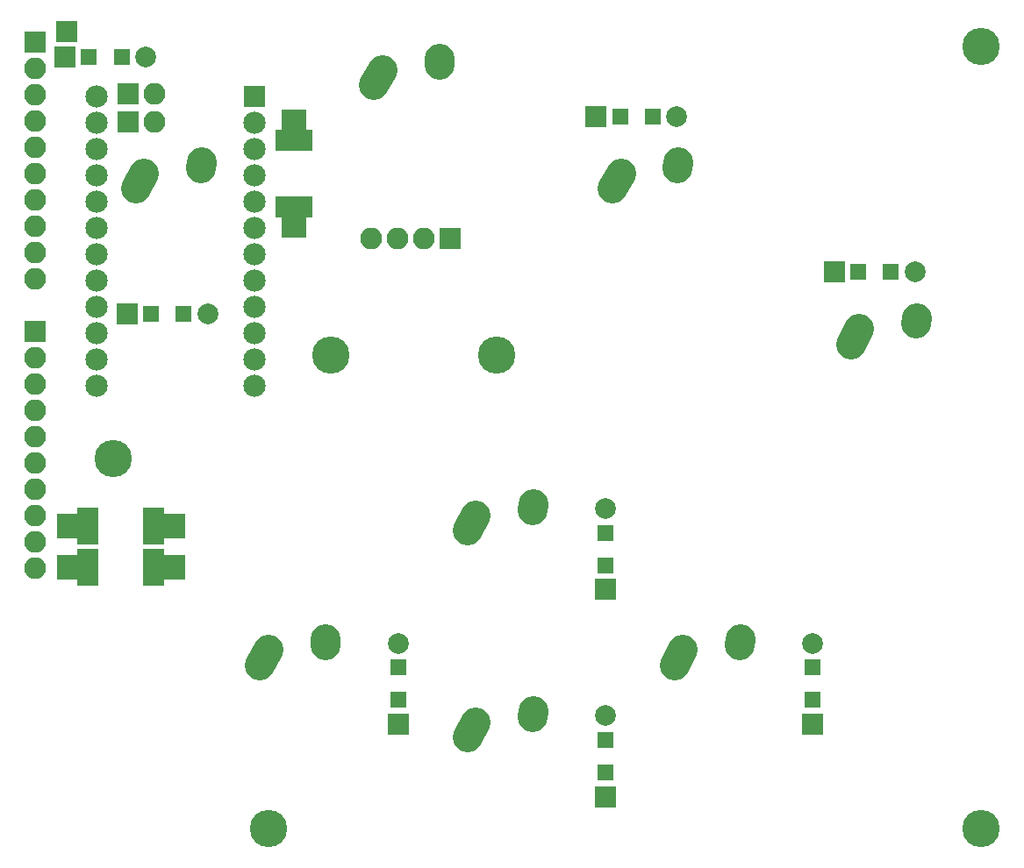
<source format=gbr>
G04 #@! TF.FileFunction,Soldermask,Top*
%FSLAX46Y46*%
G04 Gerber Fmt 4.6, Leading zero omitted, Abs format (unit mm)*
G04 Created by KiCad (PCBNEW 4.0.7) date 12/09/17 16:13:06*
%MOMM*%
%LPD*%
G01*
G04 APERTURE LIST*
%ADD10C,0.100000*%
%ADD11C,3.600000*%
%ADD12R,2.152600X2.152600*%
%ADD13C,2.152600*%
%ADD14R,1.600000X1.600000*%
%ADD15R,2.000000X2.000000*%
%ADD16C,2.000000*%
%ADD17R,2.100000X2.100000*%
%ADD18O,2.100000X2.100000*%
%ADD19C,2.900000*%
%ADD20R,2.000200X3.600400*%
%ADD21R,2.398980X2.398980*%
%ADD22R,3.600400X2.000200*%
G04 APERTURE END LIST*
D10*
D11*
X127500000Y-109250000D03*
X112500000Y-73500000D03*
X196250000Y-109250000D03*
D12*
X126120000Y-38530000D03*
D13*
X126120000Y-41070000D03*
X126120000Y-43610000D03*
X126120000Y-46150000D03*
X126120000Y-48690000D03*
X126120000Y-51230000D03*
X126120000Y-53770000D03*
X126120000Y-56310000D03*
X126120000Y-58850000D03*
X126120000Y-61390000D03*
X126120000Y-63930000D03*
X126120000Y-66470000D03*
X110880000Y-66470000D03*
X110880000Y-63930000D03*
X110880000Y-61390000D03*
X110880000Y-58850000D03*
X110880000Y-56310000D03*
X110880000Y-53770000D03*
X110880000Y-51230000D03*
X110880000Y-48690000D03*
X110880000Y-46150000D03*
X110880000Y-43610000D03*
X110880000Y-41070000D03*
X110880000Y-38530000D03*
D14*
X119325000Y-59500000D03*
X116175000Y-59500000D03*
D15*
X113850000Y-59500000D03*
D16*
X121650000Y-59500000D03*
D14*
X113325000Y-34750000D03*
X110175000Y-34750000D03*
D15*
X107850000Y-34750000D03*
D16*
X115650000Y-34750000D03*
D14*
X164575000Y-40500000D03*
X161425000Y-40500000D03*
D15*
X159100000Y-40500000D03*
D16*
X166900000Y-40500000D03*
D14*
X187575000Y-55500000D03*
X184425000Y-55500000D03*
D15*
X182100000Y-55500000D03*
D16*
X189900000Y-55500000D03*
D14*
X140000000Y-93675000D03*
X140000000Y-96825000D03*
D15*
X140000000Y-99150000D03*
D16*
X140000000Y-91350000D03*
D14*
X160000000Y-80675000D03*
X160000000Y-83825000D03*
D15*
X160000000Y-86150000D03*
D16*
X160000000Y-78350000D03*
D14*
X160000000Y-100675000D03*
X160000000Y-103825000D03*
D15*
X160000000Y-106150000D03*
D16*
X160000000Y-98350000D03*
D14*
X180000000Y-93675000D03*
X180000000Y-96825000D03*
D15*
X180000000Y-99150000D03*
D16*
X180000000Y-91350000D03*
D17*
X114000000Y-38250000D03*
D18*
X116540000Y-38250000D03*
D17*
X145000000Y-52250000D03*
D18*
X142460000Y-52250000D03*
X139920000Y-52250000D03*
X137380000Y-52250000D03*
D17*
X114000000Y-41000000D03*
D18*
X116540000Y-41000000D03*
D19*
X115500453Y-46000046D02*
X114689547Y-47459954D01*
X121039724Y-44920672D02*
X121000276Y-45499328D01*
X138500453Y-36000046D02*
X137689547Y-37459954D01*
X144039724Y-34920672D02*
X144000276Y-35499328D01*
X161500453Y-46000046D02*
X160689547Y-47459954D01*
X167039724Y-44920672D02*
X167000276Y-45499328D01*
X184500453Y-61000046D02*
X183689547Y-62459954D01*
X190039724Y-59920672D02*
X190000276Y-60499328D01*
X127500453Y-92000046D02*
X126689547Y-93459954D01*
X133039724Y-90920672D02*
X133000276Y-91499328D01*
X147500453Y-79000046D02*
X146689547Y-80459954D01*
X153039724Y-77920672D02*
X153000276Y-78499328D01*
X147500453Y-99000046D02*
X146689547Y-100459954D01*
X153039724Y-97920672D02*
X153000276Y-98499328D01*
X167500453Y-92000046D02*
X166689547Y-93459954D01*
X173039724Y-90920672D02*
X173000276Y-91499328D01*
D11*
X133500000Y-63500000D03*
X149500000Y-63500000D03*
X196250000Y-33750000D03*
D17*
X105000000Y-33250000D03*
D18*
X105000000Y-35790000D03*
X105000000Y-38330000D03*
X105000000Y-40870000D03*
X105000000Y-43410000D03*
X105000000Y-45950000D03*
X105000000Y-48490000D03*
X105000000Y-51030000D03*
X105000000Y-53570000D03*
X105000000Y-56110000D03*
D17*
X105000000Y-61250000D03*
D18*
X105000000Y-63790000D03*
X105000000Y-66330000D03*
X105000000Y-68870000D03*
X105000000Y-71410000D03*
X105000000Y-73950000D03*
X105000000Y-76490000D03*
X105000000Y-79030000D03*
X105000000Y-81570000D03*
X105000000Y-84110000D03*
D20*
X116450400Y-84000000D03*
X110049600Y-84000000D03*
D21*
X118251260Y-84000000D03*
X108248740Y-84000000D03*
D20*
X116450400Y-80000000D03*
X110049600Y-80000000D03*
D21*
X118251260Y-80000000D03*
X108248740Y-80000000D03*
D22*
X130000000Y-42799600D03*
X130000000Y-49200400D03*
D21*
X130000000Y-40998740D03*
X130000000Y-51001260D03*
D17*
X108000000Y-32250000D03*
M02*

</source>
